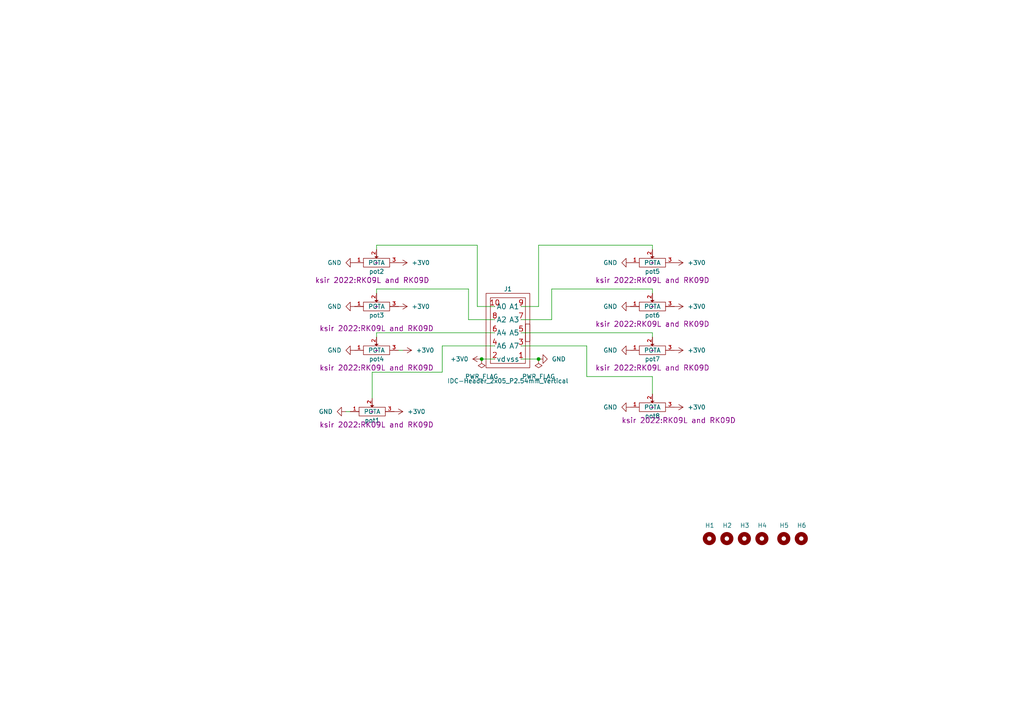
<source format=kicad_sch>
(kicad_sch (version 20230121) (generator eeschema)
  (paper "A4")
  (lib_symbols
    (symbol "Mechanical:MountingHole" (pin_names (offset 1.016))
      (property "Reference" "H" (at 0 5.08 0))
      (property "Value" "MountingHole" (at 0 3.175 0))
      (symbol "MountingHole_0_1"
        (circle (center 0 0) (radius 1.27) (stroke (width 1.27)))
      )
    )
    (symbol "ksir_2023:IDC-Header_2x05_P2.54mm_Vertical"
      (property "Reference" "J*" (at 0 12.7 0))
      (property "Value" "IDC-Header_2x05_P2.54mm_Vertical" (at 0 -11.43 0))
      (symbol "IDC-Header_2x05_P2.54mm_Vertical_0_1"
        (rectangle (start -6.35 -10.16) (end 6.35 11.43))
        (rectangle (start -5.08 -8.89) (end 5.08 10.16))
        (rectangle (start 5.08 -2.54) (end 6.35 2.54))
      )
      (symbol "IDC-Header_2x05_P2.54mm_Vertical_1_1"
        (pin passive line (at 3.81 -7.62 180) (length 0) (name "vss") (number "1"))
        (pin passive line (at -3.81 7.62 0) (length 0) (name "A0") (number "10"))
        (pin passive line (at -3.81 -7.62 0) (length 0) (name "vd") (number "2"))
        (pin passive line (at 3.81 -3.81 180) (length 0) (name "A7") (number "3"))
        (pin passive line (at -3.81 -3.81 0) (length 0) (name "A6") (number "4"))
        (pin passive line (at 3.81 0 180) (length 0) (name "A5") (number "5"))
        (pin passive line (at -3.81 0 0) (length 0) (name "A4") (number "6"))
        (pin passive line (at 3.81 3.81 180) (length 0) (name "A3") (number "7"))
        (pin passive line (at -3.81 3.81 0) (length 0) (name "A2") (number "8"))
        (pin passive line (at 3.81 7.62 180) (length 0) (name "A1") (number "9"))
      )
    )
    (symbol "midibox-rescue:POTA" (pin_names (offset 1.016) hide)
      (property "Reference" "pot" (at 0 -2.54 0))
      (property "Value" "POTA" (at 0 0 0))
      (symbol "POTA_0_1"
        (rectangle (start -3.81 1.27) (end 3.81 -1.27))
        (polyline (pts (xy 0 1.27) (xy -0.508 1.778) (xy 0.508 1.778)) (fill (type outline)))
      )
      (symbol "POTA_1_1"
        (pin passive line (at -6.35 0 0) (length 2.54) (name "vss_masse") (number "1"))
        (pin passive line (at 0 3.81 270) (length 2.032) (name "2") (number "2"))
        (pin passive line (at 6.35 0 180) (length 2.54) (name "vd") (number "3"))
      )
    )
    (symbol "power:+3V0" (power) (pin_names (offset 0))
      (property "Value" "+3V0" (at 0 3.556 0))
      (symbol "+3V0_0_1"
        (polyline (pts (xy -0.762 1.27) (xy 0 2.54)))
        (polyline (pts (xy 0 0) (xy 0 2.54)))
        (polyline (pts (xy 0 2.54) (xy 0.762 1.27)))
      )
      (symbol "+3V0_1_1"
        (pin power_in line (at 0 0 90) (length 0) hide (name "+3V0") (number "1"))
      )
    )
    (symbol "power:GND" (power) (pin_names (offset 0))
      (property "Value" "GND" (at 0 -3.81 0))
      (symbol "GND_0_1"
        (polyline (pts (xy 0 0) (xy 0 -1.27) (xy 1.27 -1.27) (xy 0 -2.54) (xy -1.27 -1.27) (xy 0 -1.27)))
      )
      (symbol "GND_1_1"
        (pin power_in line (at 0 0 270) (length 0) hide (name "GND") (number "1"))
      )
    )
    (symbol "power:PWR_FLAG" (power) (pin_numbers hide) (pin_names (offset 0) hide)
      (property "Value" "PWR_FLAG" (at 0 3.81 0))
      (symbol "PWR_FLAG_0_0"
        (pin power_out line (at 0 0 90) (length 0) (name "pwr") (number "1"))
      )
      (symbol "PWR_FLAG_0_1"
        (polyline (pts (xy 0 0) (xy 0 1.27) (xy -1.016 1.905) (xy 0 2.54) (xy 1.016 1.905) (xy 0 1.27)))
      )
    )
  )
  (junction (at 156.21 104.14))
  (junction (at 139.7 104.14))
  (wire (pts (xy 107.95 107.95) (xy 128.27 107.95)))
  (wire (pts (xy 128.27 100.33) (xy 143.51 100.33)))
  (wire (pts (xy 135.89 92.71) (xy 143.51 92.71)))
  (wire (pts (xy 170.18 100.33) (xy 170.18 109.22)))
  (wire (pts (xy 109.22 83.82) (xy 135.89 83.82)))
  (wire (pts (xy 128.27 107.95) (xy 128.27 100.33)))
  (wire (pts (xy 151.13 96.52) (xy 189.23 96.52)))
  (wire (pts (xy 109.22 71.12) (xy 138.43 71.12)))
  (wire (pts (xy 189.23 83.82) (xy 189.23 85.09)))
  (wire (pts (xy 151.13 100.33) (xy 170.18 100.33)))
  (wire (pts (xy 109.22 96.52) (xy 143.51 96.52)))
  (wire (pts (xy 156.21 71.12) (xy 156.21 88.9)))
  (wire (pts (xy 160.02 83.82) (xy 189.23 83.82)))
  (wire (pts (xy 109.22 72.39) (xy 109.22 71.12)))
  (wire (pts (xy 156.21 88.9) (xy 151.13 88.9)))
  (wire (pts (xy 107.95 115.57) (xy 107.95 107.95)))
  (wire (pts (xy 138.43 88.9) (xy 143.51 88.9)))
  (wire (pts (xy 189.23 71.12) (xy 156.21 71.12)))
  (wire (pts (xy 109.22 85.09) (xy 109.22 83.82)))
  (wire (pts (xy 189.23 72.39) (xy 189.23 71.12)))
  (wire (pts (xy 189.23 109.22) (xy 189.23 114.3)))
  (wire (pts (xy 100.33 119.38) (xy 101.6 119.38)))
  (wire (pts (xy 160.02 92.71) (xy 160.02 83.82)))
  (wire (pts (xy 109.22 97.79) (xy 109.22 96.52)))
  (wire (pts (xy 189.23 96.52) (xy 189.23 97.79)))
  (wire (pts (xy 115.57 101.6) (xy 116.84 101.6)))
  (wire (pts (xy 138.43 71.12) (xy 138.43 88.9)))
  (wire (pts (xy 151.13 104.14) (xy 156.21 104.14)))
  (wire (pts (xy 135.89 83.82) (xy 135.89 92.71)))
  (wire (pts (xy 151.13 92.71) (xy 160.02 92.71)))
  (wire (pts (xy 170.18 109.22) (xy 189.23 109.22)))
  (wire (pts (xy 139.7 104.14) (xy 143.51 104.14)))
  (symbol (lib_id "power:GND") (at 182.88 76.2 270) (unit 1)
    (property "Reference" "#PWR0115" (effects hide))
    (property "Value" "GND" (at 179.07 76.2 90) (effects (justify right)))
  )
  (symbol (lib_id "Mechanical:MountingHole") (at 227.33 156.21 0) (unit 1)
    (property "Reference" "H5" (at 226.06 152.4 0) (effects (justify left)))
    (property "Value" "MountingHole" (effects hide))
    (property "Footprint" "MountingHole:MountingHole_3.2mm_M3" (effects hide))
  )
  (symbol (lib_id "midibox-rescue:POTA") (at 109.22 101.6 0) (unit 1)
    (property "Reference" "pot4" (at 109.22 104.14 0))
    (property "Value" "POTA" (at 109.22 101.6 0))
    (property "Footprint" "ksir 2022:RK09L and RK09D" (at 109.22 106.68 0) (effects (font (size 1.524 1.524))))
    (property "Datasheet" "~" (at 109.22 101.6 0) (effects (font (size 1.524 1.524))))
  )
  (symbol (lib_id "ksir_2023:IDC-Header_2x05_P2.54mm_Vertical") (at 147.32 96.52 0) (unit 1)
    (property "Reference" "J1" (at 147.32 83.82 0))
    (property "Value" "IDC-Header_2x05_P2.54mm_Vertical" (at 147.32 110.49 0))
    (property "Footprint" "Connector_IDC:IDC-Header_2x05_P2.54mm_Vertical" (effects hide))
  )
  (symbol (lib_id "power:GND") (at 182.88 118.11 270) (unit 1)
    (property "Reference" "#PWR0118" (effects hide))
    (property "Value" "GND" (at 179.07 118.11 90) (effects (justify right)))
  )
  (symbol (lib_id "Mechanical:MountingHole") (at 232.41 156.21 0) (unit 1)
    (property "Reference" "H6" (at 231.14 152.4 0) (effects (justify left)))
    (property "Value" "MountingHole" (effects hide))
    (property "Footprint" "MountingHole:MountingHole_3.2mm_M3" (effects hide))
  )
  (symbol (lib_id "power:GND") (at 102.87 88.9 270) (unit 1)
    (property "Reference" "#PWR0107" (effects hide))
    (property "Value" "GND" (at 99.06 88.9 90) (effects (justify right)))
  )
  (symbol (lib_id "Mechanical:MountingHole") (at 215.9 156.21 0) (unit 1)
    (property "Reference" "H3" (at 214.63 152.4 0) (effects (justify left)))
    (property "Value" "MountingHole" (effects hide))
    (property "Footprint" "MountingHole:MountingHole_3.2mm_M3" (effects hide))
  )
  (symbol (lib_id "midibox-rescue:POTA") (at 189.23 118.11 0) (unit 1)
    (property "Reference" "pot8" (at 189.23 120.65 0))
    (property "Value" "POTA" (at 189.23 118.11 0))
    (property "Footprint" "ksir 2022:RK09L and RK09D" (at 196.85 121.92 0) (effects (font (size 1.524 1.524))))
    (property "Datasheet" "~" (at 189.23 118.11 0) (effects (font (size 1.524 1.524))))
  )
  (symbol (lib_id "power:GND") (at 182.88 88.9 270) (unit 1)
    (property "Reference" "#PWR0113" (effects hide))
    (property "Value" "GND" (at 179.07 88.9 90) (effects (justify right)))
  )
  (symbol (lib_id "midibox-rescue:POTA") (at 107.95 119.38 0) (unit 1)
    (property "Reference" "pot1" (at 107.95 121.92 0))
    (property "Value" "POTA" (at 107.95 119.38 0))
    (property "Footprint" "ksir 2022:RK09L and RK09D" (at 109.22 123.19 0) (effects (font (size 1.524 1.524))))
    (property "Datasheet" "~" (at 107.95 119.38 0) (effects (font (size 1.524 1.524))))
  )
  (symbol (lib_id "power:PWR_FLAG") (at 156.21 104.14 180) (unit 1)
    (property "Reference" "#FLG01" (effects hide))
    (property "Value" "PWR_FLAG" (at 156.21 109.22 0))
  )
  (symbol (lib_id "midibox-rescue:POTA") (at 109.22 76.2 0) (unit 1)
    (property "Reference" "pot2" (at 109.22 78.74 0))
    (property "Value" "POTA" (at 109.22 76.2 0))
    (property "Footprint" "ksir 2022:RK09L and RK09D" (at 107.95 81.28 0) (effects (font (size 1.524 1.524))))
    (property "Datasheet" "~" (at 109.22 76.2 0) (effects (font (size 1.524 1.524))))
  )
  (symbol (lib_id "power:+3V0") (at 114.3 119.38 270) (unit 1)
    (property "Reference" "#PWR0106" (effects hide))
    (property "Value" "+3V0" (at 118.11 119.38 90) (effects (justify left)))
  )
  (symbol (lib_id "power:+3V0") (at 195.58 118.11 270) (unit 1)
    (property "Reference" "#PWR0116" (effects hide))
    (property "Value" "+3V0" (at 199.39 118.11 90) (effects (justify left)))
  )
  (symbol (lib_id "midibox-rescue:POTA") (at 189.23 88.9 0) (unit 1)
    (property "Reference" "pot6" (at 189.23 91.44 0))
    (property "Value" "POTA" (at 189.23 88.9 0))
    (property "Footprint" "ksir 2022:RK09L and RK09D" (at 189.23 93.98 0) (effects (font (size 1.524 1.524))))
    (property "Datasheet" "~" (at 189.23 88.9 0) (effects (font (size 1.524 1.524))))
  )
  (symbol (lib_id "power:GND") (at 156.21 104.14 90) (unit 1)
    (property "Reference" "#PWR0109" (effects hide))
    (property "Value" "GND" (at 160.02 104.14 90) (effects (justify right)))
  )
  (symbol (lib_id "Mechanical:MountingHole") (at 220.98 156.21 0) (unit 1)
    (property "Reference" "H4" (at 219.71 152.4 0) (effects (justify left)))
    (property "Value" "MountingHole" (effects hide))
    (property "Footprint" "MountingHole:MountingHole_3.2mm_M3" (effects hide))
  )
  (symbol (lib_id "midibox-rescue:POTA") (at 189.23 76.2 0) (unit 1)
    (property "Reference" "pot5" (at 189.23 78.74 0))
    (property "Value" "POTA" (at 189.23 76.2 0))
    (property "Footprint" "ksir 2022:RK09L and RK09D" (at 189.23 81.28 0) (effects (font (size 1.524 1.524))))
    (property "Datasheet" "~" (at 189.23 76.2 0) (effects (font (size 1.524 1.524))))
  )
  (symbol (lib_id "power:GND") (at 182.88 101.6 270) (unit 1)
    (property "Reference" "#PWR0110" (effects hide))
    (property "Value" "GND" (at 179.07 101.6 90) (effects (justify right)))
  )
  (symbol (lib_id "power:+3V0") (at 139.7 104.14 90) (unit 1)
    (property "Reference" "#PWR0111" (effects hide))
    (property "Value" "+3V0" (at 135.89 104.14 90) (effects (justify left)))
  )
  (symbol (lib_id "power:GND") (at 102.87 101.6 270) (unit 1)
    (property "Reference" "#PWR0103" (effects hide))
    (property "Value" "GND" (at 99.06 101.6 90) (effects (justify right)))
  )
  (symbol (lib_id "power:PWR_FLAG") (at 139.7 104.14 180) (unit 1)
    (property "Reference" "#FLG02" (effects hide))
    (property "Value" "PWR_FLAG" (at 139.7 109.22 0))
  )
  (symbol (lib_id "power:GND") (at 102.87 76.2 270) (unit 1)
    (property "Reference" "#PWR0108" (effects hide))
    (property "Value" "GND" (at 99.06 76.2 90) (effects (justify right)))
  )
  (symbol (lib_id "power:+3V0") (at 195.58 88.9 270) (unit 1)
    (property "Reference" "#PWR0114" (effects hide))
    (property "Value" "+3V0" (at 199.39 88.9 90) (effects (justify left)))
  )
  (symbol (lib_id "power:+3V0") (at 195.58 101.6 270) (unit 1)
    (property "Reference" "#PWR0117" (effects hide))
    (property "Value" "+3V0" (at 199.39 101.6 90) (effects (justify left)))
  )
  (symbol (lib_id "power:+3V0") (at 116.84 101.6 270) (unit 1)
    (property "Reference" "#PWR0104" (effects hide))
    (property "Value" "+3V0" (at 120.65 101.6 90) (effects (justify left)))
  )
  (symbol (lib_id "power:+3V0") (at 115.57 88.9 270) (unit 1)
    (property "Reference" "#PWR0102" (effects hide))
    (property "Value" "+3V0" (at 119.38 88.9 90) (effects (justify left)))
  )
  (symbol (lib_id "Mechanical:MountingHole") (at 205.74 156.21 0) (unit 1)
    (property "Reference" "H1" (at 204.47 152.4 0) (effects (justify left)))
    (property "Value" "MountingHole" (effects hide))
    (property "Footprint" "MountingHole:MountingHole_3.2mm_M3" (effects hide))
  )
  (symbol (lib_id "power:GND") (at 100.33 119.38 270) (unit 1)
    (property "Reference" "#PWR0105" (effects hide))
    (property "Value" "GND" (at 96.52 119.38 90) (effects (justify right)))
  )
  (symbol (lib_id "power:+3V0") (at 115.57 76.2 270) (unit 1)
    (property "Reference" "#PWR0101" (effects hide))
    (property "Value" "+3V0" (at 119.38 76.2 90) (effects (justify left)))
  )
  (symbol (lib_id "Mechanical:MountingHole") (at 210.82 156.21 0) (unit 1)
    (property "Reference" "H2" (at 209.55 152.4 0) (effects (justify left)))
    (property "Value" "MountingHole" (effects hide))
    (property "Footprint" "MountingHole:MountingHole_3.2mm_M3" (effects hide))
  )
  (symbol (lib_id "power:+3V0") (at 195.58 76.2 270) (unit 1)
    (property "Reference" "#PWR0112" (effects hide))
    (property "Value" "+3V0" (at 199.39 76.2 90) (effects (justify left)))
  )
  (symbol (lib_id "midibox-rescue:POTA") (at 109.22 88.9 0) (unit 1)
    (property "Reference" "pot3" (at 109.22 91.44 0))
    (property "Value" "POTA" (at 109.22 88.9 0))
    (property "Footprint" "ksir 2022:RK09L and RK09D" (at 109.22 95.25 0) (effects (font (size 1.524 1.524))))
    (property "Datasheet" "~" (at 109.22 88.9 0) (effects (font (size 1.524 1.524))))
  )
  (symbol (lib_id "midibox-rescue:POTA") (at 189.23 101.6 0) (unit 1)
    (property "Reference" "pot7" (at 189.23 104.14 0))
    (property "Value" "POTA" (at 189.23 101.6 0))
    (property "Footprint" "ksir 2022:RK09L and RK09D" (at 189.23 106.68 0) (effects (font (size 1.524 1.524))))
    (property "Datasheet" "~" (at 189.23 101.6 0) (effects (font (size 1.524 1.524))))
  )
)
</source>
